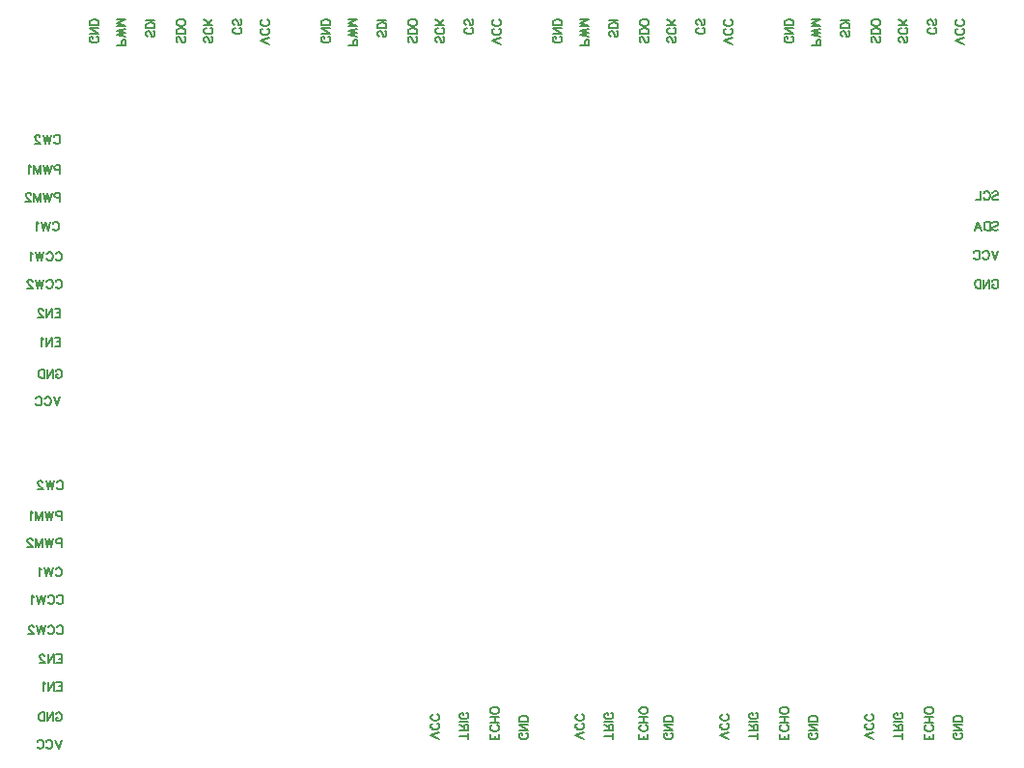
<source format=gbo>
G04 Layer: BottomSilkLayer*
G04 EasyEDA v6.4.25, 2021-11-04T19:40:49--3:00*
G04 bceacf3c99fb4bb2a8aa43b2ed6fd2bc,9d8cb5f435b04c98b99c45f15073e7be,10*
G04 Gerber Generator version 0.2*
G04 Scale: 100 percent, Rotated: No, Reflected: No *
G04 Dimensions in millimeters *
G04 leading zeros omitted , absolute positions ,4 integer and 5 decimal *
%FSLAX45Y45*%
%MOMM*%

%ADD21C,0.2032*%

%LPD*%
D21*
X5988050Y6629400D02*
G01*
X5995415Y6622287D01*
X5998972Y6611365D01*
X5998972Y6596887D01*
X5995415Y6585965D01*
X5988050Y6578600D01*
X5980684Y6578600D01*
X5973572Y6582155D01*
X5969761Y6585965D01*
X5966206Y6593078D01*
X5958840Y6614921D01*
X5955284Y6622287D01*
X5951727Y6625844D01*
X5944361Y6629400D01*
X5933440Y6629400D01*
X5926074Y6622287D01*
X5922518Y6611365D01*
X5922518Y6596887D01*
X5926074Y6585965D01*
X5933440Y6578600D01*
X5998972Y6653529D02*
G01*
X5922518Y6653529D01*
X5998972Y6653529D02*
G01*
X5998972Y6678929D01*
X5995415Y6689852D01*
X5988050Y6697218D01*
X5980684Y6700773D01*
X5969761Y6704329D01*
X5951727Y6704329D01*
X5940806Y6700773D01*
X5933440Y6697218D01*
X5926074Y6689852D01*
X5922518Y6678929D01*
X5922518Y6653529D01*
X5998972Y6728460D02*
G01*
X5922518Y6728460D01*
X5485384Y6582410D02*
G01*
X5492750Y6578600D01*
X5500115Y6571487D01*
X5503672Y6564121D01*
X5503672Y6549644D01*
X5500115Y6542278D01*
X5492750Y6535165D01*
X5485384Y6531355D01*
X5474461Y6527800D01*
X5456427Y6527800D01*
X5445506Y6531355D01*
X5438140Y6535165D01*
X5430774Y6542278D01*
X5427218Y6549644D01*
X5427218Y6564121D01*
X5430774Y6571487D01*
X5438140Y6578600D01*
X5445506Y6582410D01*
X5456427Y6582410D01*
X5456427Y6564121D02*
G01*
X5456427Y6582410D01*
X5503672Y6606286D02*
G01*
X5427218Y6606286D01*
X5503672Y6606286D02*
G01*
X5427218Y6657339D01*
X5503672Y6657339D02*
G01*
X5427218Y6657339D01*
X5503672Y6681215D02*
G01*
X5427218Y6681215D01*
X5503672Y6681215D02*
G01*
X5503672Y6706615D01*
X5500115Y6717537D01*
X5492750Y6724904D01*
X5485384Y6728460D01*
X5474461Y6732270D01*
X5456427Y6732270D01*
X5445506Y6728460D01*
X5438140Y6724904D01*
X5430774Y6717537D01*
X5427218Y6706615D01*
X5427218Y6681215D01*
X5744972Y6502400D02*
G01*
X5668518Y6502400D01*
X5744972Y6502400D02*
G01*
X5744972Y6535165D01*
X5741415Y6546087D01*
X5737606Y6549644D01*
X5730493Y6553200D01*
X5719572Y6553200D01*
X5712206Y6549644D01*
X5708650Y6546087D01*
X5704840Y6535165D01*
X5704840Y6502400D01*
X5744972Y6577329D02*
G01*
X5668518Y6595363D01*
X5744972Y6613652D02*
G01*
X5668518Y6595363D01*
X5744972Y6613652D02*
G01*
X5668518Y6631939D01*
X5744972Y6649973D02*
G01*
X5668518Y6631939D01*
X5744972Y6674104D02*
G01*
X5668518Y6674104D01*
X5744972Y6674104D02*
G01*
X5668518Y6703060D01*
X5744972Y6732270D02*
G01*
X5668518Y6703060D01*
X5744972Y6732270D02*
G01*
X5668518Y6732270D01*
X6496050Y6578600D02*
G01*
X6503415Y6571487D01*
X6506972Y6560565D01*
X6506972Y6546087D01*
X6503415Y6535165D01*
X6496050Y6527800D01*
X6488684Y6527800D01*
X6481572Y6531355D01*
X6477761Y6535165D01*
X6474206Y6542278D01*
X6466840Y6564121D01*
X6463284Y6571487D01*
X6459727Y6575044D01*
X6452361Y6578600D01*
X6441440Y6578600D01*
X6434074Y6571487D01*
X6430518Y6560565D01*
X6430518Y6546087D01*
X6434074Y6535165D01*
X6441440Y6527800D01*
X6488684Y6657339D02*
G01*
X6496050Y6653529D01*
X6503415Y6646418D01*
X6506972Y6639052D01*
X6506972Y6624573D01*
X6503415Y6617208D01*
X6496050Y6610095D01*
X6488684Y6606286D01*
X6477761Y6602729D01*
X6459727Y6602729D01*
X6448806Y6606286D01*
X6441440Y6610095D01*
X6434074Y6617208D01*
X6430518Y6624573D01*
X6430518Y6639052D01*
X6434074Y6646418D01*
X6441440Y6653529D01*
X6448806Y6657339D01*
X6506972Y6681215D02*
G01*
X6430518Y6681215D01*
X6506972Y6732270D02*
G01*
X6455918Y6681215D01*
X6474206Y6699504D02*
G01*
X6430518Y6732270D01*
X6254750Y6578600D02*
G01*
X6262115Y6571487D01*
X6265672Y6560565D01*
X6265672Y6546087D01*
X6262115Y6535165D01*
X6254750Y6527800D01*
X6247384Y6527800D01*
X6240272Y6531355D01*
X6236461Y6535165D01*
X6232906Y6542278D01*
X6225540Y6564121D01*
X6221984Y6571487D01*
X6218427Y6575044D01*
X6211061Y6578600D01*
X6200140Y6578600D01*
X6192774Y6571487D01*
X6189218Y6560565D01*
X6189218Y6546087D01*
X6192774Y6535165D01*
X6200140Y6527800D01*
X6265672Y6602729D02*
G01*
X6189218Y6602729D01*
X6265672Y6602729D02*
G01*
X6265672Y6628129D01*
X6262115Y6639052D01*
X6254750Y6646418D01*
X6247384Y6649973D01*
X6236461Y6653529D01*
X6218427Y6653529D01*
X6207506Y6649973D01*
X6200140Y6646418D01*
X6192774Y6639052D01*
X6189218Y6628129D01*
X6189218Y6602729D01*
X6265672Y6699504D02*
G01*
X6262115Y6692137D01*
X6254750Y6684771D01*
X6247384Y6681215D01*
X6236461Y6677660D01*
X6218427Y6677660D01*
X6207506Y6681215D01*
X6200140Y6684771D01*
X6192774Y6692137D01*
X6189218Y6699504D01*
X6189218Y6713981D01*
X6192774Y6721347D01*
X6200140Y6728460D01*
X6207506Y6732270D01*
X6218427Y6735826D01*
X6236461Y6735826D01*
X6247384Y6732270D01*
X6254750Y6728460D01*
X6262115Y6721347D01*
X6265672Y6713981D01*
X6265672Y6699504D01*
X6742684Y6658610D02*
G01*
X6750050Y6654800D01*
X6757415Y6647687D01*
X6760972Y6640321D01*
X6760972Y6625844D01*
X6757415Y6618478D01*
X6750050Y6611365D01*
X6742684Y6607555D01*
X6731761Y6604000D01*
X6713727Y6604000D01*
X6702806Y6607555D01*
X6695440Y6611365D01*
X6688074Y6618478D01*
X6684518Y6625844D01*
X6684518Y6640321D01*
X6688074Y6647687D01*
X6695440Y6654800D01*
X6702806Y6658610D01*
X6750050Y6733539D02*
G01*
X6757415Y6726173D01*
X6760972Y6715252D01*
X6760972Y6700773D01*
X6757415Y6689852D01*
X6750050Y6682486D01*
X6742684Y6682486D01*
X6735572Y6686295D01*
X6731761Y6689852D01*
X6728206Y6696963D01*
X6720840Y6718808D01*
X6717284Y6726173D01*
X6713727Y6729729D01*
X6706361Y6733539D01*
X6695440Y6733539D01*
X6688074Y6726173D01*
X6684518Y6715252D01*
X6684518Y6700773D01*
X6688074Y6689852D01*
X6695440Y6682486D01*
X7002272Y6515100D02*
G01*
X6925818Y6544310D01*
X7002272Y6573265D02*
G01*
X6925818Y6544310D01*
X6983984Y6651752D02*
G01*
X6991350Y6648195D01*
X6998715Y6640829D01*
X7002272Y6633718D01*
X7002272Y6618986D01*
X6998715Y6611873D01*
X6991350Y6604508D01*
X6983984Y6600952D01*
X6973061Y6597395D01*
X6955027Y6597395D01*
X6944106Y6600952D01*
X6936740Y6604508D01*
X6929374Y6611873D01*
X6925818Y6618986D01*
X6925818Y6633718D01*
X6929374Y6640829D01*
X6936740Y6648195D01*
X6944106Y6651752D01*
X6983984Y6730492D02*
G01*
X6991350Y6726681D01*
X6998715Y6719570D01*
X7002272Y6712204D01*
X7002272Y6697726D01*
X6998715Y6690360D01*
X6991350Y6682994D01*
X6983984Y6679437D01*
X6973061Y6675881D01*
X6955027Y6675881D01*
X6944106Y6679437D01*
X6936740Y6682994D01*
X6929374Y6690360D01*
X6925818Y6697726D01*
X6925818Y6712204D01*
X6929374Y6719570D01*
X6936740Y6726681D01*
X6944106Y6730492D01*
X8494684Y419100D02*
G01*
X8418311Y448195D01*
X8494684Y477288D02*
G01*
X8418311Y448195D01*
X8476500Y555843D02*
G01*
X8483772Y552208D01*
X8491047Y544934D01*
X8494684Y537659D01*
X8494684Y523112D01*
X8491047Y515838D01*
X8483772Y508566D01*
X8476500Y504929D01*
X8465588Y501291D01*
X8447404Y501291D01*
X8436495Y504929D01*
X8429221Y508566D01*
X8421946Y515838D01*
X8418311Y523112D01*
X8418311Y537659D01*
X8421946Y544934D01*
X8429221Y552208D01*
X8436495Y555843D01*
X8476500Y634400D02*
G01*
X8483772Y630763D01*
X8491047Y623488D01*
X8494684Y616216D01*
X8494684Y601667D01*
X8491047Y594395D01*
X8483772Y587120D01*
X8476500Y583483D01*
X8465588Y579846D01*
X8447404Y579846D01*
X8436495Y583483D01*
X8429221Y587120D01*
X8421946Y594395D01*
X8418311Y601667D01*
X8418311Y616216D01*
X8421946Y623488D01*
X8429221Y630763D01*
X8436495Y634400D01*
X8748684Y444558D02*
G01*
X8672311Y444558D01*
X8748684Y419100D02*
G01*
X8748684Y470014D01*
X8748684Y494017D02*
G01*
X8672311Y494017D01*
X8748684Y494017D02*
G01*
X8748684Y526750D01*
X8745047Y537659D01*
X8741409Y541296D01*
X8734135Y544934D01*
X8726863Y544934D01*
X8719588Y541296D01*
X8715951Y537659D01*
X8712316Y526750D01*
X8712316Y494017D01*
X8712316Y519475D02*
G01*
X8672311Y544934D01*
X8748684Y568937D02*
G01*
X8672311Y568937D01*
X8730500Y647491D02*
G01*
X8737772Y643854D01*
X8745047Y636582D01*
X8748684Y629307D01*
X8748684Y614761D01*
X8745047Y607486D01*
X8737772Y600214D01*
X8730500Y596577D01*
X8719588Y592940D01*
X8701404Y592940D01*
X8690495Y596577D01*
X8683221Y600214D01*
X8675946Y607486D01*
X8672311Y614761D01*
X8672311Y629307D01*
X8675946Y636582D01*
X8683221Y643854D01*
X8690495Y647491D01*
X8701404Y647491D01*
X8701404Y629307D02*
G01*
X8701404Y647491D01*
X9017172Y415554D02*
G01*
X8940800Y415554D01*
X9017172Y415554D02*
G01*
X9017172Y462833D01*
X8980804Y415554D02*
G01*
X8980804Y444649D01*
X8940800Y415554D02*
G01*
X8940800Y462833D01*
X8998988Y541388D02*
G01*
X9006263Y537753D01*
X9013535Y530479D01*
X9017172Y523204D01*
X9017172Y508657D01*
X9013535Y501383D01*
X9006263Y494111D01*
X8998988Y490473D01*
X8988079Y486836D01*
X8969893Y486836D01*
X8958983Y490473D01*
X8951709Y494111D01*
X8944437Y501383D01*
X8940800Y508657D01*
X8940800Y523204D01*
X8944437Y530479D01*
X8951709Y537753D01*
X8958983Y541388D01*
X9017172Y565391D02*
G01*
X8940800Y565391D01*
X9017172Y616308D02*
G01*
X8940800Y616308D01*
X8980804Y565391D02*
G01*
X8980804Y616308D01*
X9017172Y662132D02*
G01*
X9013535Y654857D01*
X9006263Y647583D01*
X8998988Y643948D01*
X8988079Y640311D01*
X8969893Y640311D01*
X8958983Y643948D01*
X8951709Y647583D01*
X8944437Y654857D01*
X8940800Y662132D01*
X8940800Y676678D01*
X8944437Y683953D01*
X8951709Y691225D01*
X8958983Y694862D01*
X8969893Y698500D01*
X8988079Y698500D01*
X8998988Y694862D01*
X9006263Y691225D01*
X9013535Y683953D01*
X9017172Y676678D01*
X9017172Y662132D01*
X9252988Y472462D02*
G01*
X9260263Y468825D01*
X9267535Y461553D01*
X9271172Y454279D01*
X9271172Y439732D01*
X9267535Y432457D01*
X9260263Y425183D01*
X9252988Y421548D01*
X9242079Y417911D01*
X9223895Y417911D01*
X9212983Y421548D01*
X9205709Y425183D01*
X9198437Y432457D01*
X9194800Y439732D01*
X9194800Y454279D01*
X9198437Y461553D01*
X9205709Y468825D01*
X9212983Y472462D01*
X9223895Y472462D01*
X9223895Y454279D02*
G01*
X9223895Y472462D01*
X9271172Y496465D02*
G01*
X9194800Y496465D01*
X9271172Y496465D02*
G01*
X9194800Y547382D01*
X9271172Y547382D02*
G01*
X9194800Y547382D01*
X9271172Y571385D02*
G01*
X9194800Y571385D01*
X9271172Y571385D02*
G01*
X9271172Y596841D01*
X9267535Y607753D01*
X9260263Y615025D01*
X9252988Y618662D01*
X9242079Y622300D01*
X9223895Y622300D01*
X9212983Y618662D01*
X9205709Y615025D01*
X9198437Y607753D01*
X9194800Y596841D01*
X9194800Y571385D01*
X13347700Y4946650D02*
G01*
X13354811Y4954015D01*
X13365734Y4957571D01*
X13380211Y4957571D01*
X13391134Y4954015D01*
X13398500Y4946650D01*
X13398500Y4939284D01*
X13394943Y4932171D01*
X13391134Y4928362D01*
X13384022Y4924805D01*
X13362177Y4917439D01*
X13354811Y4913884D01*
X13351256Y4910328D01*
X13347700Y4902962D01*
X13347700Y4892039D01*
X13354811Y4884673D01*
X13365734Y4881118D01*
X13380211Y4881118D01*
X13391134Y4884673D01*
X13398500Y4892039D01*
X13323570Y4957571D02*
G01*
X13323570Y4881118D01*
X13323570Y4957571D02*
G01*
X13298170Y4957571D01*
X13287247Y4954015D01*
X13279881Y4946650D01*
X13276325Y4939284D01*
X13272770Y4928362D01*
X13272770Y4910328D01*
X13276325Y4899405D01*
X13279881Y4892039D01*
X13287247Y4884673D01*
X13298170Y4881118D01*
X13323570Y4881118D01*
X13219684Y4957571D02*
G01*
X13248640Y4881118D01*
X13219684Y4957571D02*
G01*
X13190474Y4881118D01*
X13237718Y4906518D02*
G01*
X13201395Y4906518D01*
X13347700Y5213350D02*
G01*
X13354811Y5220715D01*
X13365734Y5224271D01*
X13380211Y5224271D01*
X13391134Y5220715D01*
X13398500Y5213350D01*
X13398500Y5205984D01*
X13394943Y5198871D01*
X13391134Y5195062D01*
X13384022Y5191505D01*
X13362177Y5184139D01*
X13354811Y5180584D01*
X13351256Y5177028D01*
X13347700Y5169662D01*
X13347700Y5158739D01*
X13354811Y5151373D01*
X13365734Y5147818D01*
X13380211Y5147818D01*
X13391134Y5151373D01*
X13398500Y5158739D01*
X13268959Y5205984D02*
G01*
X13272770Y5213350D01*
X13279881Y5220715D01*
X13287247Y5224271D01*
X13301725Y5224271D01*
X13309091Y5220715D01*
X13316204Y5213350D01*
X13320013Y5205984D01*
X13323570Y5195062D01*
X13323570Y5177028D01*
X13320013Y5166105D01*
X13316204Y5158739D01*
X13309091Y5151373D01*
X13301725Y5147818D01*
X13287247Y5147818D01*
X13279881Y5151373D01*
X13272770Y5158739D01*
X13268959Y5166105D01*
X13245084Y5224271D02*
G01*
X13245084Y5147818D01*
X13245084Y5147818D02*
G01*
X13201395Y5147818D01*
X13398500Y4703571D02*
G01*
X13369290Y4627118D01*
X13340334Y4703571D02*
G01*
X13369290Y4627118D01*
X13261847Y4685284D02*
G01*
X13265404Y4692650D01*
X13272770Y4700015D01*
X13279881Y4703571D01*
X13294613Y4703571D01*
X13301725Y4700015D01*
X13309091Y4692650D01*
X13312647Y4685284D01*
X13316204Y4674362D01*
X13316204Y4656328D01*
X13312647Y4645405D01*
X13309091Y4638039D01*
X13301725Y4630673D01*
X13294613Y4627118D01*
X13279881Y4627118D01*
X13272770Y4630673D01*
X13265404Y4638039D01*
X13261847Y4645405D01*
X13183108Y4685284D02*
G01*
X13186918Y4692650D01*
X13194029Y4700015D01*
X13201395Y4703571D01*
X13215874Y4703571D01*
X13223240Y4700015D01*
X13230606Y4692650D01*
X13234161Y4685284D01*
X13237718Y4674362D01*
X13237718Y4656328D01*
X13234161Y4645405D01*
X13230606Y4638039D01*
X13223240Y4630673D01*
X13215874Y4627118D01*
X13201395Y4627118D01*
X13194029Y4630673D01*
X13186918Y4638039D01*
X13183108Y4645405D01*
X13343890Y4431284D02*
G01*
X13347700Y4438650D01*
X13354811Y4446015D01*
X13362177Y4449571D01*
X13376656Y4449571D01*
X13384022Y4446015D01*
X13391134Y4438650D01*
X13394943Y4431284D01*
X13398500Y4420362D01*
X13398500Y4402328D01*
X13394943Y4391405D01*
X13391134Y4384039D01*
X13384022Y4376673D01*
X13376656Y4373118D01*
X13362177Y4373118D01*
X13354811Y4376673D01*
X13347700Y4384039D01*
X13343890Y4391405D01*
X13343890Y4402328D01*
X13362177Y4402328D02*
G01*
X13343890Y4402328D01*
X13320013Y4449571D02*
G01*
X13320013Y4373118D01*
X13320013Y4449571D02*
G01*
X13268959Y4373118D01*
X13268959Y4449571D02*
G01*
X13268959Y4373118D01*
X13245084Y4449571D02*
G01*
X13245084Y4373118D01*
X13245084Y4449571D02*
G01*
X13219684Y4449571D01*
X13208761Y4446015D01*
X13201395Y4438650D01*
X13197840Y4431284D01*
X13194029Y4420362D01*
X13194029Y4402328D01*
X13197840Y4391405D01*
X13201395Y4384039D01*
X13208761Y4376673D01*
X13219684Y4373118D01*
X13245084Y4373118D01*
X5181600Y410971D02*
G01*
X5152390Y334518D01*
X5123434Y410971D02*
G01*
X5152390Y334518D01*
X5044947Y392684D02*
G01*
X5048504Y400050D01*
X5055870Y407415D01*
X5062981Y410971D01*
X5077713Y410971D01*
X5084825Y407415D01*
X5092191Y400050D01*
X5095747Y392684D01*
X5099304Y381762D01*
X5099304Y363728D01*
X5095747Y352805D01*
X5092191Y345439D01*
X5084825Y338073D01*
X5077713Y334518D01*
X5062981Y334518D01*
X5055870Y338073D01*
X5048504Y345439D01*
X5044947Y352805D01*
X4966208Y392684D02*
G01*
X4970018Y400050D01*
X4977129Y407415D01*
X4984495Y410971D01*
X4998974Y410971D01*
X5006340Y407415D01*
X5013706Y400050D01*
X5017261Y392684D01*
X5020818Y381762D01*
X5020818Y363728D01*
X5017261Y352805D01*
X5013706Y345439D01*
X5006340Y338073D01*
X4998974Y334518D01*
X4984495Y334518D01*
X4977129Y338073D01*
X4970018Y345439D01*
X4966208Y352805D01*
X5127053Y634044D02*
G01*
X5130690Y641316D01*
X5137962Y648591D01*
X5145237Y652226D01*
X5159781Y652226D01*
X5167053Y648591D01*
X5174327Y641316D01*
X5177962Y634044D01*
X5181600Y623135D01*
X5181600Y604954D01*
X5177962Y594045D01*
X5174327Y586773D01*
X5167053Y579501D01*
X5159781Y575863D01*
X5145237Y575863D01*
X5137962Y579501D01*
X5130690Y586773D01*
X5127053Y594045D01*
X5127053Y604954D01*
X5145237Y604954D02*
G01*
X5127053Y604954D01*
X5103055Y652226D02*
G01*
X5103055Y575863D01*
X5103055Y652226D02*
G01*
X5052146Y575863D01*
X5052146Y652226D02*
G01*
X5052146Y575863D01*
X5028145Y652226D02*
G01*
X5028145Y575863D01*
X5028145Y652226D02*
G01*
X5002690Y652226D01*
X4991780Y648591D01*
X4984508Y641316D01*
X4980873Y634044D01*
X4977236Y623135D01*
X4977236Y604954D01*
X4980873Y594045D01*
X4984508Y586773D01*
X4991780Y579501D01*
X5002690Y575863D01*
X5028145Y575863D01*
X5181600Y918926D02*
G01*
X5181600Y842563D01*
X5181600Y918926D02*
G01*
X5134328Y918926D01*
X5181600Y882563D02*
G01*
X5152509Y882563D01*
X5181600Y842563D02*
G01*
X5134328Y842563D01*
X5110327Y918926D02*
G01*
X5110327Y842563D01*
X5110327Y918926D02*
G01*
X5059418Y842563D01*
X5059418Y918926D02*
G01*
X5059418Y842563D01*
X5035417Y904382D02*
G01*
X5028145Y908016D01*
X5017236Y918926D01*
X5017236Y842563D01*
X5181600Y1160226D02*
G01*
X5181600Y1083863D01*
X5181600Y1160226D02*
G01*
X5134328Y1160226D01*
X5181600Y1123863D02*
G01*
X5152509Y1123863D01*
X5181600Y1083863D02*
G01*
X5134328Y1083863D01*
X5110327Y1160226D02*
G01*
X5110327Y1083863D01*
X5110327Y1160226D02*
G01*
X5059418Y1083863D01*
X5059418Y1160226D02*
G01*
X5059418Y1083863D01*
X5031780Y1142044D02*
G01*
X5031780Y1145682D01*
X5028145Y1152954D01*
X5024508Y1156591D01*
X5017236Y1160226D01*
X5002690Y1160226D01*
X4995418Y1156591D01*
X4991780Y1152954D01*
X4988145Y1145682D01*
X4988145Y1138410D01*
X4991780Y1131135D01*
X4999055Y1120226D01*
X5035417Y1083863D01*
X4984508Y1083863D01*
X5139753Y1396044D02*
G01*
X5143390Y1403316D01*
X5150662Y1410591D01*
X5157937Y1414226D01*
X5172481Y1414226D01*
X5179753Y1410591D01*
X5187027Y1403316D01*
X5190662Y1396044D01*
X5194300Y1385135D01*
X5194300Y1366954D01*
X5190662Y1356045D01*
X5187027Y1348773D01*
X5179753Y1341501D01*
X5172481Y1337863D01*
X5157937Y1337863D01*
X5150662Y1341501D01*
X5143390Y1348773D01*
X5139753Y1356045D01*
X5061209Y1396044D02*
G01*
X5064846Y1403316D01*
X5072118Y1410591D01*
X5079390Y1414226D01*
X5093936Y1414226D01*
X5101209Y1410591D01*
X5108481Y1403316D01*
X5112118Y1396044D01*
X5115755Y1385135D01*
X5115755Y1366954D01*
X5112118Y1356045D01*
X5108481Y1348773D01*
X5101209Y1341501D01*
X5093936Y1337863D01*
X5079390Y1337863D01*
X5072118Y1341501D01*
X5064846Y1348773D01*
X5061209Y1356045D01*
X5037208Y1414226D02*
G01*
X5019027Y1337863D01*
X5000845Y1414226D02*
G01*
X5019027Y1337863D01*
X5000845Y1414226D02*
G01*
X4982664Y1337863D01*
X4964480Y1414226D02*
G01*
X4982664Y1337863D01*
X4936845Y1396044D02*
G01*
X4936845Y1399682D01*
X4933208Y1406954D01*
X4929573Y1410591D01*
X4922299Y1414226D01*
X4907754Y1414226D01*
X4900482Y1410591D01*
X4896845Y1406954D01*
X4893208Y1399682D01*
X4893208Y1392410D01*
X4896845Y1385135D01*
X4904117Y1374226D01*
X4940482Y1337863D01*
X4889573Y1337863D01*
X5139753Y1662744D02*
G01*
X5143390Y1670016D01*
X5150662Y1677291D01*
X5157937Y1680926D01*
X5172481Y1680926D01*
X5179753Y1677291D01*
X5187027Y1670016D01*
X5190662Y1662744D01*
X5194300Y1651835D01*
X5194300Y1633654D01*
X5190662Y1622745D01*
X5187027Y1615473D01*
X5179753Y1608201D01*
X5172481Y1604563D01*
X5157937Y1604563D01*
X5150662Y1608201D01*
X5143390Y1615473D01*
X5139753Y1622745D01*
X5061209Y1662744D02*
G01*
X5064846Y1670016D01*
X5072118Y1677291D01*
X5079390Y1680926D01*
X5093936Y1680926D01*
X5101209Y1677291D01*
X5108481Y1670016D01*
X5112118Y1662744D01*
X5115755Y1651835D01*
X5115755Y1633654D01*
X5112118Y1622745D01*
X5108481Y1615473D01*
X5101209Y1608201D01*
X5093936Y1604563D01*
X5079390Y1604563D01*
X5072118Y1608201D01*
X5064846Y1615473D01*
X5061209Y1622745D01*
X5037208Y1680926D02*
G01*
X5019027Y1604563D01*
X5000845Y1680926D02*
G01*
X5019027Y1604563D01*
X5000845Y1680926D02*
G01*
X4982664Y1604563D01*
X4964480Y1680926D02*
G01*
X4982664Y1604563D01*
X4940482Y1666382D02*
G01*
X4933208Y1670016D01*
X4922299Y1680926D01*
X4922299Y1604563D01*
X5127053Y1904044D02*
G01*
X5130690Y1911316D01*
X5137962Y1918591D01*
X5145237Y1922226D01*
X5159781Y1922226D01*
X5167053Y1918591D01*
X5174327Y1911316D01*
X5177962Y1904044D01*
X5181600Y1893135D01*
X5181600Y1874954D01*
X5177962Y1864045D01*
X5174327Y1856773D01*
X5167053Y1849501D01*
X5159781Y1845863D01*
X5145237Y1845863D01*
X5137962Y1849501D01*
X5130690Y1856773D01*
X5127053Y1864045D01*
X5103055Y1922226D02*
G01*
X5084871Y1845863D01*
X5066690Y1922226D02*
G01*
X5084871Y1845863D01*
X5066690Y1922226D02*
G01*
X5048509Y1845863D01*
X5030327Y1922226D02*
G01*
X5048509Y1845863D01*
X5006327Y1907682D02*
G01*
X4999055Y1911316D01*
X4988145Y1922226D01*
X4988145Y1845863D01*
X5181600Y2176226D02*
G01*
X5181600Y2099863D01*
X5181600Y2176226D02*
G01*
X5148872Y2176226D01*
X5137962Y2172591D01*
X5134328Y2168954D01*
X5130690Y2161682D01*
X5130690Y2150772D01*
X5134328Y2143500D01*
X5137962Y2139863D01*
X5148872Y2136226D01*
X5181600Y2136226D01*
X5106690Y2176226D02*
G01*
X5088509Y2099863D01*
X5070327Y2176226D02*
G01*
X5088509Y2099863D01*
X5070327Y2176226D02*
G01*
X5052146Y2099863D01*
X5033962Y2176226D02*
G01*
X5052146Y2099863D01*
X5009964Y2176226D02*
G01*
X5009964Y2099863D01*
X5009964Y2176226D02*
G01*
X4980873Y2099863D01*
X4951780Y2176226D02*
G01*
X4980873Y2099863D01*
X4951780Y2176226D02*
G01*
X4951780Y2099863D01*
X4924145Y2158044D02*
G01*
X4924145Y2161682D01*
X4920508Y2168954D01*
X4916873Y2172591D01*
X4909599Y2176226D01*
X4895054Y2176226D01*
X4887782Y2172591D01*
X4884145Y2168954D01*
X4880508Y2161682D01*
X4880508Y2154410D01*
X4884145Y2147135D01*
X4891417Y2136226D01*
X4927782Y2099863D01*
X4876873Y2099863D01*
X5181600Y2417526D02*
G01*
X5181600Y2341163D01*
X5181600Y2417526D02*
G01*
X5148872Y2417526D01*
X5137962Y2413891D01*
X5134328Y2410254D01*
X5130690Y2402982D01*
X5130690Y2392072D01*
X5134328Y2384800D01*
X5137962Y2381163D01*
X5148872Y2377526D01*
X5181600Y2377526D01*
X5106690Y2417526D02*
G01*
X5088509Y2341163D01*
X5070327Y2417526D02*
G01*
X5088509Y2341163D01*
X5070327Y2417526D02*
G01*
X5052146Y2341163D01*
X5033962Y2417526D02*
G01*
X5052146Y2341163D01*
X5009964Y2417526D02*
G01*
X5009964Y2341163D01*
X5009964Y2417526D02*
G01*
X4980873Y2341163D01*
X4951780Y2417526D02*
G01*
X4980873Y2341163D01*
X4951780Y2417526D02*
G01*
X4951780Y2341163D01*
X4927782Y2402982D02*
G01*
X4920508Y2406616D01*
X4909599Y2417526D01*
X4909599Y2341163D01*
X5139753Y2666044D02*
G01*
X5143390Y2673316D01*
X5150662Y2680591D01*
X5157937Y2684226D01*
X5172481Y2684226D01*
X5179753Y2680591D01*
X5187027Y2673316D01*
X5190662Y2666044D01*
X5194300Y2655135D01*
X5194300Y2636954D01*
X5190662Y2626045D01*
X5187027Y2618773D01*
X5179753Y2611501D01*
X5172481Y2607863D01*
X5157937Y2607863D01*
X5150662Y2611501D01*
X5143390Y2618773D01*
X5139753Y2626045D01*
X5115755Y2684226D02*
G01*
X5097571Y2607863D01*
X5079390Y2684226D02*
G01*
X5097571Y2607863D01*
X5079390Y2684226D02*
G01*
X5061209Y2607863D01*
X5043027Y2684226D02*
G01*
X5061209Y2607863D01*
X5015390Y2666044D02*
G01*
X5015390Y2669682D01*
X5011755Y2676954D01*
X5008118Y2680591D01*
X5000845Y2684226D01*
X4986299Y2684226D01*
X4979027Y2680591D01*
X4975390Y2676954D01*
X4971755Y2669682D01*
X4971755Y2662410D01*
X4975390Y2655135D01*
X4982664Y2644226D01*
X5019027Y2607863D01*
X4968118Y2607863D01*
X10052050Y6629400D02*
G01*
X10059415Y6622287D01*
X10062972Y6611365D01*
X10062972Y6596887D01*
X10059415Y6585965D01*
X10052050Y6578600D01*
X10044684Y6578600D01*
X10037572Y6582155D01*
X10033761Y6585965D01*
X10030206Y6593078D01*
X10022840Y6614921D01*
X10019284Y6622287D01*
X10015727Y6625844D01*
X10008361Y6629400D01*
X9997440Y6629400D01*
X9990074Y6622287D01*
X9986518Y6611365D01*
X9986518Y6596887D01*
X9990074Y6585965D01*
X9997440Y6578600D01*
X10062972Y6653529D02*
G01*
X9986518Y6653529D01*
X10062972Y6653529D02*
G01*
X10062972Y6678929D01*
X10059415Y6689852D01*
X10052050Y6697218D01*
X10044684Y6700773D01*
X10033761Y6704329D01*
X10015727Y6704329D01*
X10004806Y6700773D01*
X9997440Y6697218D01*
X9990074Y6689852D01*
X9986518Y6678929D01*
X9986518Y6653529D01*
X10062972Y6728460D02*
G01*
X9986518Y6728460D01*
X9549384Y6582410D02*
G01*
X9556750Y6578600D01*
X9564115Y6571487D01*
X9567672Y6564121D01*
X9567672Y6549644D01*
X9564115Y6542278D01*
X9556750Y6535165D01*
X9549384Y6531355D01*
X9538461Y6527800D01*
X9520427Y6527800D01*
X9509506Y6531355D01*
X9502140Y6535165D01*
X9494774Y6542278D01*
X9491218Y6549644D01*
X9491218Y6564121D01*
X9494774Y6571487D01*
X9502140Y6578600D01*
X9509506Y6582410D01*
X9520427Y6582410D01*
X9520427Y6564121D02*
G01*
X9520427Y6582410D01*
X9567672Y6606286D02*
G01*
X9491218Y6606286D01*
X9567672Y6606286D02*
G01*
X9491218Y6657339D01*
X9567672Y6657339D02*
G01*
X9491218Y6657339D01*
X9567672Y6681215D02*
G01*
X9491218Y6681215D01*
X9567672Y6681215D02*
G01*
X9567672Y6706615D01*
X9564115Y6717537D01*
X9556750Y6724904D01*
X9549384Y6728460D01*
X9538461Y6732270D01*
X9520427Y6732270D01*
X9509506Y6728460D01*
X9502140Y6724904D01*
X9494774Y6717537D01*
X9491218Y6706615D01*
X9491218Y6681215D01*
X9808972Y6502400D02*
G01*
X9732518Y6502400D01*
X9808972Y6502400D02*
G01*
X9808972Y6535165D01*
X9805415Y6546087D01*
X9801606Y6549644D01*
X9794493Y6553200D01*
X9783572Y6553200D01*
X9776206Y6549644D01*
X9772650Y6546087D01*
X9768840Y6535165D01*
X9768840Y6502400D01*
X9808972Y6577329D02*
G01*
X9732518Y6595363D01*
X9808972Y6613652D02*
G01*
X9732518Y6595363D01*
X9808972Y6613652D02*
G01*
X9732518Y6631939D01*
X9808972Y6649973D02*
G01*
X9732518Y6631939D01*
X9808972Y6674104D02*
G01*
X9732518Y6674104D01*
X9808972Y6674104D02*
G01*
X9732518Y6703060D01*
X9808972Y6732270D02*
G01*
X9732518Y6703060D01*
X9808972Y6732270D02*
G01*
X9732518Y6732270D01*
X10560050Y6578600D02*
G01*
X10567415Y6571487D01*
X10570972Y6560565D01*
X10570972Y6546087D01*
X10567415Y6535165D01*
X10560050Y6527800D01*
X10552684Y6527800D01*
X10545572Y6531355D01*
X10541761Y6535165D01*
X10538206Y6542278D01*
X10530840Y6564121D01*
X10527284Y6571487D01*
X10523727Y6575044D01*
X10516361Y6578600D01*
X10505440Y6578600D01*
X10498074Y6571487D01*
X10494518Y6560565D01*
X10494518Y6546087D01*
X10498074Y6535165D01*
X10505440Y6527800D01*
X10552684Y6657339D02*
G01*
X10560050Y6653529D01*
X10567415Y6646418D01*
X10570972Y6639052D01*
X10570972Y6624573D01*
X10567415Y6617208D01*
X10560050Y6610095D01*
X10552684Y6606286D01*
X10541761Y6602729D01*
X10523727Y6602729D01*
X10512806Y6606286D01*
X10505440Y6610095D01*
X10498074Y6617208D01*
X10494518Y6624573D01*
X10494518Y6639052D01*
X10498074Y6646418D01*
X10505440Y6653529D01*
X10512806Y6657339D01*
X10570972Y6681215D02*
G01*
X10494518Y6681215D01*
X10570972Y6732270D02*
G01*
X10519918Y6681215D01*
X10538206Y6699504D02*
G01*
X10494518Y6732270D01*
X10318750Y6578600D02*
G01*
X10326115Y6571487D01*
X10329672Y6560565D01*
X10329672Y6546087D01*
X10326115Y6535165D01*
X10318750Y6527800D01*
X10311384Y6527800D01*
X10304272Y6531355D01*
X10300461Y6535165D01*
X10296906Y6542278D01*
X10289540Y6564121D01*
X10285984Y6571487D01*
X10282427Y6575044D01*
X10275061Y6578600D01*
X10264140Y6578600D01*
X10256774Y6571487D01*
X10253218Y6560565D01*
X10253218Y6546087D01*
X10256774Y6535165D01*
X10264140Y6527800D01*
X10329672Y6602729D02*
G01*
X10253218Y6602729D01*
X10329672Y6602729D02*
G01*
X10329672Y6628129D01*
X10326115Y6639052D01*
X10318750Y6646418D01*
X10311384Y6649973D01*
X10300461Y6653529D01*
X10282427Y6653529D01*
X10271506Y6649973D01*
X10264140Y6646418D01*
X10256774Y6639052D01*
X10253218Y6628129D01*
X10253218Y6602729D01*
X10329672Y6699504D02*
G01*
X10326115Y6692137D01*
X10318750Y6684771D01*
X10311384Y6681215D01*
X10300461Y6677660D01*
X10282427Y6677660D01*
X10271506Y6681215D01*
X10264140Y6684771D01*
X10256774Y6692137D01*
X10253218Y6699504D01*
X10253218Y6713981D01*
X10256774Y6721347D01*
X10264140Y6728460D01*
X10271506Y6732270D01*
X10282427Y6735826D01*
X10300461Y6735826D01*
X10311384Y6732270D01*
X10318750Y6728460D01*
X10326115Y6721347D01*
X10329672Y6713981D01*
X10329672Y6699504D01*
X10806684Y6658610D02*
G01*
X10814050Y6654800D01*
X10821415Y6647687D01*
X10824972Y6640321D01*
X10824972Y6625844D01*
X10821415Y6618478D01*
X10814050Y6611365D01*
X10806684Y6607555D01*
X10795761Y6604000D01*
X10777727Y6604000D01*
X10766806Y6607555D01*
X10759440Y6611365D01*
X10752074Y6618478D01*
X10748518Y6625844D01*
X10748518Y6640321D01*
X10752074Y6647687D01*
X10759440Y6654800D01*
X10766806Y6658610D01*
X10814050Y6733539D02*
G01*
X10821415Y6726173D01*
X10824972Y6715252D01*
X10824972Y6700773D01*
X10821415Y6689852D01*
X10814050Y6682486D01*
X10806684Y6682486D01*
X10799572Y6686295D01*
X10795761Y6689852D01*
X10792206Y6696963D01*
X10784840Y6718808D01*
X10781284Y6726173D01*
X10777727Y6729729D01*
X10770361Y6733539D01*
X10759440Y6733539D01*
X10752074Y6726173D01*
X10748518Y6715252D01*
X10748518Y6700773D01*
X10752074Y6689852D01*
X10759440Y6682486D01*
X11066272Y6515100D02*
G01*
X10989818Y6544310D01*
X11066272Y6573265D02*
G01*
X10989818Y6544310D01*
X11047984Y6651752D02*
G01*
X11055350Y6648195D01*
X11062715Y6640829D01*
X11066272Y6633718D01*
X11066272Y6618986D01*
X11062715Y6611873D01*
X11055350Y6604508D01*
X11047984Y6600952D01*
X11037061Y6597395D01*
X11019027Y6597395D01*
X11008106Y6600952D01*
X11000740Y6604508D01*
X10993374Y6611873D01*
X10989818Y6618986D01*
X10989818Y6633718D01*
X10993374Y6640829D01*
X11000740Y6648195D01*
X11008106Y6651752D01*
X11047984Y6730492D02*
G01*
X11055350Y6726681D01*
X11062715Y6719570D01*
X11066272Y6712204D01*
X11066272Y6697726D01*
X11062715Y6690360D01*
X11055350Y6682994D01*
X11047984Y6679437D01*
X11037061Y6675881D01*
X11019027Y6675881D01*
X11008106Y6679437D01*
X11000740Y6682994D01*
X10993374Y6690360D01*
X10989818Y6697726D01*
X10989818Y6712204D01*
X10993374Y6719570D01*
X11000740Y6726681D01*
X11008106Y6730492D01*
X9764684Y419100D02*
G01*
X9688311Y448195D01*
X9764684Y477288D02*
G01*
X9688311Y448195D01*
X9746500Y555843D02*
G01*
X9753772Y552208D01*
X9761047Y544934D01*
X9764684Y537659D01*
X9764684Y523112D01*
X9761047Y515838D01*
X9753772Y508566D01*
X9746500Y504929D01*
X9735588Y501291D01*
X9717404Y501291D01*
X9706495Y504929D01*
X9699221Y508566D01*
X9691946Y515838D01*
X9688311Y523112D01*
X9688311Y537659D01*
X9691946Y544934D01*
X9699221Y552208D01*
X9706495Y555843D01*
X9746500Y634400D02*
G01*
X9753772Y630763D01*
X9761047Y623488D01*
X9764684Y616216D01*
X9764684Y601667D01*
X9761047Y594395D01*
X9753772Y587120D01*
X9746500Y583483D01*
X9735588Y579846D01*
X9717404Y579846D01*
X9706495Y583483D01*
X9699221Y587120D01*
X9691946Y594395D01*
X9688311Y601667D01*
X9688311Y616216D01*
X9691946Y623488D01*
X9699221Y630763D01*
X9706495Y634400D01*
X10018684Y444558D02*
G01*
X9942311Y444558D01*
X10018684Y419100D02*
G01*
X10018684Y470014D01*
X10018684Y494017D02*
G01*
X9942311Y494017D01*
X10018684Y494017D02*
G01*
X10018684Y526750D01*
X10015047Y537659D01*
X10011409Y541296D01*
X10004135Y544934D01*
X9996863Y544934D01*
X9989588Y541296D01*
X9985951Y537659D01*
X9982316Y526750D01*
X9982316Y494017D01*
X9982316Y519475D02*
G01*
X9942311Y544934D01*
X10018684Y568937D02*
G01*
X9942311Y568937D01*
X10000500Y647491D02*
G01*
X10007772Y643854D01*
X10015047Y636582D01*
X10018684Y629307D01*
X10018684Y614761D01*
X10015047Y607486D01*
X10007772Y600214D01*
X10000500Y596577D01*
X9989588Y592940D01*
X9971404Y592940D01*
X9960495Y596577D01*
X9953221Y600214D01*
X9945946Y607486D01*
X9942311Y614761D01*
X9942311Y629307D01*
X9945946Y636582D01*
X9953221Y643854D01*
X9960495Y647491D01*
X9971404Y647491D01*
X9971404Y629307D02*
G01*
X9971404Y647491D01*
X10324292Y415544D02*
G01*
X10247929Y415544D01*
X10324292Y415544D02*
G01*
X10324292Y462815D01*
X10287929Y415544D02*
G01*
X10287929Y444634D01*
X10247929Y415544D02*
G01*
X10247929Y462815D01*
X10306110Y541362D02*
G01*
X10313382Y537725D01*
X10320657Y530453D01*
X10324292Y523181D01*
X10324292Y508635D01*
X10320657Y501362D01*
X10313382Y494088D01*
X10306110Y490453D01*
X10295201Y486816D01*
X10277020Y486816D01*
X10266111Y490453D01*
X10258839Y494088D01*
X10251566Y501362D01*
X10247929Y508635D01*
X10247929Y523181D01*
X10251566Y530453D01*
X10258839Y537725D01*
X10266111Y541362D01*
X10324292Y565363D02*
G01*
X10247929Y565363D01*
X10324292Y616270D02*
G01*
X10247929Y616270D01*
X10287929Y565363D02*
G01*
X10287929Y616270D01*
X10324292Y662089D02*
G01*
X10320657Y654817D01*
X10313382Y647545D01*
X10306110Y643907D01*
X10295201Y640270D01*
X10277020Y640270D01*
X10266111Y643907D01*
X10258839Y647545D01*
X10251566Y654817D01*
X10247929Y662089D01*
X10247929Y676635D01*
X10251566Y683907D01*
X10258839Y691179D01*
X10266111Y694817D01*
X10277020Y698454D01*
X10295201Y698454D01*
X10306110Y694817D01*
X10313382Y691179D01*
X10320657Y683907D01*
X10324292Y676635D01*
X10324292Y662089D01*
X10522988Y472462D02*
G01*
X10530263Y468825D01*
X10537535Y461553D01*
X10541172Y454279D01*
X10541172Y439732D01*
X10537535Y432457D01*
X10530263Y425183D01*
X10522988Y421548D01*
X10512079Y417911D01*
X10493895Y417911D01*
X10482983Y421548D01*
X10475709Y425183D01*
X10468437Y432457D01*
X10464800Y439732D01*
X10464800Y454279D01*
X10468437Y461553D01*
X10475709Y468825D01*
X10482983Y472462D01*
X10493895Y472462D01*
X10493895Y454279D02*
G01*
X10493895Y472462D01*
X10541172Y496465D02*
G01*
X10464800Y496465D01*
X10541172Y496465D02*
G01*
X10464800Y547382D01*
X10541172Y547382D02*
G01*
X10464800Y547382D01*
X10541172Y571385D02*
G01*
X10464800Y571385D01*
X10541172Y571385D02*
G01*
X10541172Y596841D01*
X10537535Y607753D01*
X10530263Y615025D01*
X10522988Y618662D01*
X10512079Y622300D01*
X10493895Y622300D01*
X10482983Y618662D01*
X10475709Y615025D01*
X10468437Y607753D01*
X10464800Y596841D01*
X10464800Y571385D01*
X11034684Y419100D02*
G01*
X10958311Y448195D01*
X11034684Y477288D02*
G01*
X10958311Y448195D01*
X11016500Y555843D02*
G01*
X11023772Y552208D01*
X11031047Y544934D01*
X11034684Y537659D01*
X11034684Y523112D01*
X11031047Y515838D01*
X11023772Y508566D01*
X11016500Y504929D01*
X11005588Y501291D01*
X10987404Y501291D01*
X10976495Y504929D01*
X10969221Y508566D01*
X10961946Y515838D01*
X10958311Y523112D01*
X10958311Y537659D01*
X10961946Y544934D01*
X10969221Y552208D01*
X10976495Y555843D01*
X11016500Y634400D02*
G01*
X11023772Y630763D01*
X11031047Y623488D01*
X11034684Y616216D01*
X11034684Y601667D01*
X11031047Y594395D01*
X11023772Y587120D01*
X11016500Y583483D01*
X11005588Y579846D01*
X10987404Y579846D01*
X10976495Y583483D01*
X10969221Y587120D01*
X10961946Y594395D01*
X10958311Y601667D01*
X10958311Y616216D01*
X10961946Y623488D01*
X10969221Y630763D01*
X10976495Y634400D01*
X11288684Y444558D02*
G01*
X11212311Y444558D01*
X11288684Y419100D02*
G01*
X11288684Y470014D01*
X11288684Y494017D02*
G01*
X11212311Y494017D01*
X11288684Y494017D02*
G01*
X11288684Y526750D01*
X11285047Y537659D01*
X11281409Y541296D01*
X11274135Y544934D01*
X11266863Y544934D01*
X11259588Y541296D01*
X11255951Y537659D01*
X11252316Y526750D01*
X11252316Y494017D01*
X11252316Y519475D02*
G01*
X11212311Y544934D01*
X11288684Y568937D02*
G01*
X11212311Y568937D01*
X11270500Y647491D02*
G01*
X11277772Y643854D01*
X11285047Y636582D01*
X11288684Y629307D01*
X11288684Y614761D01*
X11285047Y607486D01*
X11277772Y600214D01*
X11270500Y596577D01*
X11259588Y592940D01*
X11241404Y592940D01*
X11230495Y596577D01*
X11223221Y600214D01*
X11215946Y607486D01*
X11212311Y614761D01*
X11212311Y629307D01*
X11215946Y636582D01*
X11223221Y643854D01*
X11230495Y647491D01*
X11241404Y647491D01*
X11241404Y629307D02*
G01*
X11241404Y647491D01*
X11557172Y415554D02*
G01*
X11480800Y415554D01*
X11557172Y415554D02*
G01*
X11557172Y462833D01*
X11520804Y415554D02*
G01*
X11520804Y444649D01*
X11480800Y415554D02*
G01*
X11480800Y462833D01*
X11538988Y541388D02*
G01*
X11546263Y537753D01*
X11553535Y530479D01*
X11557172Y523204D01*
X11557172Y508657D01*
X11553535Y501383D01*
X11546263Y494111D01*
X11538988Y490473D01*
X11528079Y486836D01*
X11509893Y486836D01*
X11498983Y490473D01*
X11491709Y494111D01*
X11484437Y501383D01*
X11480800Y508657D01*
X11480800Y523204D01*
X11484437Y530479D01*
X11491709Y537753D01*
X11498983Y541388D01*
X11557172Y565391D02*
G01*
X11480800Y565391D01*
X11557172Y616308D02*
G01*
X11480800Y616308D01*
X11520804Y565391D02*
G01*
X11520804Y616308D01*
X11557172Y662132D02*
G01*
X11553535Y654857D01*
X11546263Y647583D01*
X11538988Y643948D01*
X11528079Y640311D01*
X11509893Y640311D01*
X11498983Y643948D01*
X11491709Y647583D01*
X11484437Y654857D01*
X11480800Y662132D01*
X11480800Y676678D01*
X11484437Y683953D01*
X11491709Y691225D01*
X11498983Y694862D01*
X11509893Y698500D01*
X11528079Y698500D01*
X11538988Y694862D01*
X11546263Y691225D01*
X11553535Y683953D01*
X11557172Y676678D01*
X11557172Y662132D01*
X11792988Y472462D02*
G01*
X11800263Y468825D01*
X11807535Y461553D01*
X11811172Y454279D01*
X11811172Y439732D01*
X11807535Y432457D01*
X11800263Y425183D01*
X11792988Y421548D01*
X11782079Y417911D01*
X11763895Y417911D01*
X11752983Y421548D01*
X11745709Y425183D01*
X11738437Y432457D01*
X11734800Y439732D01*
X11734800Y454279D01*
X11738437Y461553D01*
X11745709Y468825D01*
X11752983Y472462D01*
X11763895Y472462D01*
X11763895Y454279D02*
G01*
X11763895Y472462D01*
X11811172Y496465D02*
G01*
X11734800Y496465D01*
X11811172Y496465D02*
G01*
X11734800Y547382D01*
X11811172Y547382D02*
G01*
X11734800Y547382D01*
X11811172Y571385D02*
G01*
X11734800Y571385D01*
X11811172Y571385D02*
G01*
X11811172Y596841D01*
X11807535Y607753D01*
X11800263Y615025D01*
X11792988Y618662D01*
X11782079Y622300D01*
X11763895Y622300D01*
X11752983Y618662D01*
X11745709Y615025D01*
X11738437Y607753D01*
X11734800Y596841D01*
X11734800Y571385D01*
X12304684Y419100D02*
G01*
X12228311Y448195D01*
X12304684Y477288D02*
G01*
X12228311Y448195D01*
X12286500Y555843D02*
G01*
X12293772Y552208D01*
X12301047Y544934D01*
X12304684Y537659D01*
X12304684Y523112D01*
X12301047Y515838D01*
X12293772Y508566D01*
X12286500Y504929D01*
X12275588Y501291D01*
X12257404Y501291D01*
X12246495Y504929D01*
X12239221Y508566D01*
X12231946Y515838D01*
X12228311Y523112D01*
X12228311Y537659D01*
X12231946Y544934D01*
X12239221Y552208D01*
X12246495Y555843D01*
X12286500Y634400D02*
G01*
X12293772Y630763D01*
X12301047Y623488D01*
X12304684Y616216D01*
X12304684Y601667D01*
X12301047Y594395D01*
X12293772Y587120D01*
X12286500Y583483D01*
X12275588Y579846D01*
X12257404Y579846D01*
X12246495Y583483D01*
X12239221Y587120D01*
X12231946Y594395D01*
X12228311Y601667D01*
X12228311Y616216D01*
X12231946Y623488D01*
X12239221Y630763D01*
X12246495Y634400D01*
X12558684Y444558D02*
G01*
X12482311Y444558D01*
X12558684Y419100D02*
G01*
X12558684Y470014D01*
X12558684Y494017D02*
G01*
X12482311Y494017D01*
X12558684Y494017D02*
G01*
X12558684Y526750D01*
X12555047Y537659D01*
X12551409Y541296D01*
X12544135Y544934D01*
X12536863Y544934D01*
X12529588Y541296D01*
X12525951Y537659D01*
X12522316Y526750D01*
X12522316Y494017D01*
X12522316Y519475D02*
G01*
X12482311Y544934D01*
X12558684Y568937D02*
G01*
X12482311Y568937D01*
X12540500Y647491D02*
G01*
X12547772Y643854D01*
X12555047Y636582D01*
X12558684Y629307D01*
X12558684Y614761D01*
X12555047Y607486D01*
X12547772Y600214D01*
X12540500Y596577D01*
X12529588Y592940D01*
X12511404Y592940D01*
X12500495Y596577D01*
X12493221Y600214D01*
X12485946Y607486D01*
X12482311Y614761D01*
X12482311Y629307D01*
X12485946Y636582D01*
X12493221Y643854D01*
X12500495Y647491D01*
X12511404Y647491D01*
X12511404Y629307D02*
G01*
X12511404Y647491D01*
X12827172Y415554D02*
G01*
X12750800Y415554D01*
X12827172Y415554D02*
G01*
X12827172Y462833D01*
X12790804Y415554D02*
G01*
X12790804Y444649D01*
X12750800Y415554D02*
G01*
X12750800Y462833D01*
X12808988Y541388D02*
G01*
X12816263Y537753D01*
X12823535Y530479D01*
X12827172Y523204D01*
X12827172Y508657D01*
X12823535Y501383D01*
X12816263Y494111D01*
X12808988Y490473D01*
X12798079Y486836D01*
X12779893Y486836D01*
X12768983Y490473D01*
X12761709Y494111D01*
X12754437Y501383D01*
X12750800Y508657D01*
X12750800Y523204D01*
X12754437Y530479D01*
X12761709Y537753D01*
X12768983Y541388D01*
X12827172Y565391D02*
G01*
X12750800Y565391D01*
X12827172Y616308D02*
G01*
X12750800Y616308D01*
X12790804Y565391D02*
G01*
X12790804Y616308D01*
X12827172Y662132D02*
G01*
X12823535Y654857D01*
X12816263Y647583D01*
X12808988Y643948D01*
X12798079Y640311D01*
X12779893Y640311D01*
X12768983Y643948D01*
X12761709Y647583D01*
X12754437Y654857D01*
X12750800Y662132D01*
X12750800Y676678D01*
X12754437Y683953D01*
X12761709Y691225D01*
X12768983Y694862D01*
X12779893Y698500D01*
X12798079Y698500D01*
X12808988Y694862D01*
X12816263Y691225D01*
X12823535Y683953D01*
X12827172Y676678D01*
X12827172Y662132D01*
X13062988Y472462D02*
G01*
X13070263Y468825D01*
X13077535Y461553D01*
X13081172Y454279D01*
X13081172Y439732D01*
X13077535Y432457D01*
X13070263Y425183D01*
X13062988Y421548D01*
X13052079Y417911D01*
X13033895Y417911D01*
X13022983Y421548D01*
X13015709Y425183D01*
X13008437Y432457D01*
X13004800Y439732D01*
X13004800Y454279D01*
X13008437Y461553D01*
X13015709Y468825D01*
X13022983Y472462D01*
X13033895Y472462D01*
X13033895Y454279D02*
G01*
X13033895Y472462D01*
X13081172Y496465D02*
G01*
X13004800Y496465D01*
X13081172Y496465D02*
G01*
X13004800Y547382D01*
X13081172Y547382D02*
G01*
X13004800Y547382D01*
X13081172Y571385D02*
G01*
X13004800Y571385D01*
X13081172Y571385D02*
G01*
X13081172Y596841D01*
X13077535Y607753D01*
X13070263Y615025D01*
X13062988Y618662D01*
X13052079Y622300D01*
X13033895Y622300D01*
X13022983Y618662D01*
X13015709Y615025D01*
X13008437Y607753D01*
X13004800Y596841D01*
X13004800Y571385D01*
X8020050Y6629400D02*
G01*
X8027415Y6622287D01*
X8030972Y6611365D01*
X8030972Y6596887D01*
X8027415Y6585965D01*
X8020050Y6578600D01*
X8012684Y6578600D01*
X8005572Y6582155D01*
X8001761Y6585965D01*
X7998206Y6593078D01*
X7990840Y6614921D01*
X7987284Y6622287D01*
X7983727Y6625844D01*
X7976361Y6629400D01*
X7965440Y6629400D01*
X7958074Y6622287D01*
X7954518Y6611365D01*
X7954518Y6596887D01*
X7958074Y6585965D01*
X7965440Y6578600D01*
X8030972Y6653529D02*
G01*
X7954518Y6653529D01*
X8030972Y6653529D02*
G01*
X8030972Y6678929D01*
X8027415Y6689852D01*
X8020050Y6697218D01*
X8012684Y6700773D01*
X8001761Y6704329D01*
X7983727Y6704329D01*
X7972806Y6700773D01*
X7965440Y6697218D01*
X7958074Y6689852D01*
X7954518Y6678929D01*
X7954518Y6653529D01*
X8030972Y6728460D02*
G01*
X7954518Y6728460D01*
X7517384Y6582410D02*
G01*
X7524750Y6578600D01*
X7532115Y6571487D01*
X7535672Y6564121D01*
X7535672Y6549644D01*
X7532115Y6542278D01*
X7524750Y6535165D01*
X7517384Y6531355D01*
X7506461Y6527800D01*
X7488427Y6527800D01*
X7477506Y6531355D01*
X7470140Y6535165D01*
X7462774Y6542278D01*
X7459218Y6549644D01*
X7459218Y6564121D01*
X7462774Y6571487D01*
X7470140Y6578600D01*
X7477506Y6582410D01*
X7488427Y6582410D01*
X7488427Y6564121D02*
G01*
X7488427Y6582410D01*
X7535672Y6606286D02*
G01*
X7459218Y6606286D01*
X7535672Y6606286D02*
G01*
X7459218Y6657339D01*
X7535672Y6657339D02*
G01*
X7459218Y6657339D01*
X7535672Y6681215D02*
G01*
X7459218Y6681215D01*
X7535672Y6681215D02*
G01*
X7535672Y6706615D01*
X7532115Y6717537D01*
X7524750Y6724904D01*
X7517384Y6728460D01*
X7506461Y6732270D01*
X7488427Y6732270D01*
X7477506Y6728460D01*
X7470140Y6724904D01*
X7462774Y6717537D01*
X7459218Y6706615D01*
X7459218Y6681215D01*
X7776972Y6502400D02*
G01*
X7700518Y6502400D01*
X7776972Y6502400D02*
G01*
X7776972Y6535165D01*
X7773415Y6546087D01*
X7769606Y6549644D01*
X7762493Y6553200D01*
X7751572Y6553200D01*
X7744206Y6549644D01*
X7740650Y6546087D01*
X7736840Y6535165D01*
X7736840Y6502400D01*
X7776972Y6577329D02*
G01*
X7700518Y6595363D01*
X7776972Y6613652D02*
G01*
X7700518Y6595363D01*
X7776972Y6613652D02*
G01*
X7700518Y6631939D01*
X7776972Y6649973D02*
G01*
X7700518Y6631939D01*
X7776972Y6674104D02*
G01*
X7700518Y6674104D01*
X7776972Y6674104D02*
G01*
X7700518Y6703060D01*
X7776972Y6732270D02*
G01*
X7700518Y6703060D01*
X7776972Y6732270D02*
G01*
X7700518Y6732270D01*
X8528050Y6578600D02*
G01*
X8535415Y6571487D01*
X8538972Y6560565D01*
X8538972Y6546087D01*
X8535415Y6535165D01*
X8528050Y6527800D01*
X8520684Y6527800D01*
X8513572Y6531355D01*
X8509761Y6535165D01*
X8506206Y6542278D01*
X8498840Y6564121D01*
X8495284Y6571487D01*
X8491727Y6575044D01*
X8484361Y6578600D01*
X8473440Y6578600D01*
X8466074Y6571487D01*
X8462518Y6560565D01*
X8462518Y6546087D01*
X8466074Y6535165D01*
X8473440Y6527800D01*
X8520684Y6657339D02*
G01*
X8528050Y6653529D01*
X8535415Y6646418D01*
X8538972Y6639052D01*
X8538972Y6624573D01*
X8535415Y6617208D01*
X8528050Y6610095D01*
X8520684Y6606286D01*
X8509761Y6602729D01*
X8491727Y6602729D01*
X8480806Y6606286D01*
X8473440Y6610095D01*
X8466074Y6617208D01*
X8462518Y6624573D01*
X8462518Y6639052D01*
X8466074Y6646418D01*
X8473440Y6653529D01*
X8480806Y6657339D01*
X8538972Y6681215D02*
G01*
X8462518Y6681215D01*
X8538972Y6732270D02*
G01*
X8487918Y6681215D01*
X8506206Y6699504D02*
G01*
X8462518Y6732270D01*
X8286750Y6578600D02*
G01*
X8294115Y6571487D01*
X8297672Y6560565D01*
X8297672Y6546087D01*
X8294115Y6535165D01*
X8286750Y6527800D01*
X8279384Y6527800D01*
X8272272Y6531355D01*
X8268461Y6535165D01*
X8264906Y6542278D01*
X8257540Y6564121D01*
X8253984Y6571487D01*
X8250427Y6575044D01*
X8243061Y6578600D01*
X8232140Y6578600D01*
X8224774Y6571487D01*
X8221218Y6560565D01*
X8221218Y6546087D01*
X8224774Y6535165D01*
X8232140Y6527800D01*
X8297672Y6602729D02*
G01*
X8221218Y6602729D01*
X8297672Y6602729D02*
G01*
X8297672Y6628129D01*
X8294115Y6639052D01*
X8286750Y6646418D01*
X8279384Y6649973D01*
X8268461Y6653529D01*
X8250427Y6653529D01*
X8239506Y6649973D01*
X8232140Y6646418D01*
X8224774Y6639052D01*
X8221218Y6628129D01*
X8221218Y6602729D01*
X8297672Y6699504D02*
G01*
X8294115Y6692137D01*
X8286750Y6684771D01*
X8279384Y6681215D01*
X8268461Y6677660D01*
X8250427Y6677660D01*
X8239506Y6681215D01*
X8232140Y6684771D01*
X8224774Y6692137D01*
X8221218Y6699504D01*
X8221218Y6713981D01*
X8224774Y6721347D01*
X8232140Y6728460D01*
X8239506Y6732270D01*
X8250427Y6735826D01*
X8268461Y6735826D01*
X8279384Y6732270D01*
X8286750Y6728460D01*
X8294115Y6721347D01*
X8297672Y6713981D01*
X8297672Y6699504D01*
X8774684Y6658610D02*
G01*
X8782050Y6654800D01*
X8789415Y6647687D01*
X8792972Y6640321D01*
X8792972Y6625844D01*
X8789415Y6618478D01*
X8782050Y6611365D01*
X8774684Y6607555D01*
X8763761Y6604000D01*
X8745727Y6604000D01*
X8734806Y6607555D01*
X8727440Y6611365D01*
X8720074Y6618478D01*
X8716518Y6625844D01*
X8716518Y6640321D01*
X8720074Y6647687D01*
X8727440Y6654800D01*
X8734806Y6658610D01*
X8782050Y6733539D02*
G01*
X8789415Y6726173D01*
X8792972Y6715252D01*
X8792972Y6700773D01*
X8789415Y6689852D01*
X8782050Y6682486D01*
X8774684Y6682486D01*
X8767572Y6686295D01*
X8763761Y6689852D01*
X8760206Y6696963D01*
X8752840Y6718808D01*
X8749284Y6726173D01*
X8745727Y6729729D01*
X8738361Y6733539D01*
X8727440Y6733539D01*
X8720074Y6726173D01*
X8716518Y6715252D01*
X8716518Y6700773D01*
X8720074Y6689852D01*
X8727440Y6682486D01*
X9034272Y6515100D02*
G01*
X8957818Y6544310D01*
X9034272Y6573265D02*
G01*
X8957818Y6544310D01*
X9015984Y6651752D02*
G01*
X9023350Y6648195D01*
X9030715Y6640829D01*
X9034272Y6633718D01*
X9034272Y6618986D01*
X9030715Y6611873D01*
X9023350Y6604508D01*
X9015984Y6600952D01*
X9005061Y6597395D01*
X8987027Y6597395D01*
X8976106Y6600952D01*
X8968740Y6604508D01*
X8961374Y6611873D01*
X8957818Y6618986D01*
X8957818Y6633718D01*
X8961374Y6640829D01*
X8968740Y6648195D01*
X8976106Y6651752D01*
X9015984Y6730492D02*
G01*
X9023350Y6726681D01*
X9030715Y6719570D01*
X9034272Y6712204D01*
X9034272Y6697726D01*
X9030715Y6690360D01*
X9023350Y6682994D01*
X9015984Y6679437D01*
X9005061Y6675881D01*
X8987027Y6675881D01*
X8976106Y6679437D01*
X8968740Y6682994D01*
X8961374Y6690360D01*
X8957818Y6697726D01*
X8957818Y6712204D01*
X8961374Y6719570D01*
X8968740Y6726681D01*
X8976106Y6730492D01*
X12084050Y6629400D02*
G01*
X12091415Y6622287D01*
X12094972Y6611365D01*
X12094972Y6596887D01*
X12091415Y6585965D01*
X12084050Y6578600D01*
X12076684Y6578600D01*
X12069572Y6582155D01*
X12065761Y6585965D01*
X12062206Y6593078D01*
X12054840Y6614921D01*
X12051284Y6622287D01*
X12047727Y6625844D01*
X12040361Y6629400D01*
X12029440Y6629400D01*
X12022074Y6622287D01*
X12018518Y6611365D01*
X12018518Y6596887D01*
X12022074Y6585965D01*
X12029440Y6578600D01*
X12094972Y6653529D02*
G01*
X12018518Y6653529D01*
X12094972Y6653529D02*
G01*
X12094972Y6678929D01*
X12091415Y6689852D01*
X12084050Y6697218D01*
X12076684Y6700773D01*
X12065761Y6704329D01*
X12047727Y6704329D01*
X12036806Y6700773D01*
X12029440Y6697218D01*
X12022074Y6689852D01*
X12018518Y6678929D01*
X12018518Y6653529D01*
X12094972Y6728460D02*
G01*
X12018518Y6728460D01*
X11581384Y6582410D02*
G01*
X11588750Y6578600D01*
X11596115Y6571487D01*
X11599672Y6564121D01*
X11599672Y6549644D01*
X11596115Y6542278D01*
X11588750Y6535165D01*
X11581384Y6531355D01*
X11570461Y6527800D01*
X11552427Y6527800D01*
X11541506Y6531355D01*
X11534140Y6535165D01*
X11526774Y6542278D01*
X11523218Y6549644D01*
X11523218Y6564121D01*
X11526774Y6571487D01*
X11534140Y6578600D01*
X11541506Y6582410D01*
X11552427Y6582410D01*
X11552427Y6564121D02*
G01*
X11552427Y6582410D01*
X11599672Y6606286D02*
G01*
X11523218Y6606286D01*
X11599672Y6606286D02*
G01*
X11523218Y6657339D01*
X11599672Y6657339D02*
G01*
X11523218Y6657339D01*
X11599672Y6681215D02*
G01*
X11523218Y6681215D01*
X11599672Y6681215D02*
G01*
X11599672Y6706615D01*
X11596115Y6717537D01*
X11588750Y6724904D01*
X11581384Y6728460D01*
X11570461Y6732270D01*
X11552427Y6732270D01*
X11541506Y6728460D01*
X11534140Y6724904D01*
X11526774Y6717537D01*
X11523218Y6706615D01*
X11523218Y6681215D01*
X11840972Y6502400D02*
G01*
X11764518Y6502400D01*
X11840972Y6502400D02*
G01*
X11840972Y6535165D01*
X11837415Y6546087D01*
X11833606Y6549644D01*
X11826493Y6553200D01*
X11815572Y6553200D01*
X11808206Y6549644D01*
X11804650Y6546087D01*
X11800840Y6535165D01*
X11800840Y6502400D01*
X11840972Y6577329D02*
G01*
X11764518Y6595363D01*
X11840972Y6613652D02*
G01*
X11764518Y6595363D01*
X11840972Y6613652D02*
G01*
X11764518Y6631939D01*
X11840972Y6649973D02*
G01*
X11764518Y6631939D01*
X11840972Y6674104D02*
G01*
X11764518Y6674104D01*
X11840972Y6674104D02*
G01*
X11764518Y6703060D01*
X11840972Y6732270D02*
G01*
X11764518Y6703060D01*
X11840972Y6732270D02*
G01*
X11764518Y6732270D01*
X12592050Y6578600D02*
G01*
X12599415Y6571487D01*
X12602972Y6560565D01*
X12602972Y6546087D01*
X12599415Y6535165D01*
X12592050Y6527800D01*
X12584684Y6527800D01*
X12577572Y6531355D01*
X12573761Y6535165D01*
X12570206Y6542278D01*
X12562840Y6564121D01*
X12559284Y6571487D01*
X12555727Y6575044D01*
X12548361Y6578600D01*
X12537440Y6578600D01*
X12530074Y6571487D01*
X12526518Y6560565D01*
X12526518Y6546087D01*
X12530074Y6535165D01*
X12537440Y6527800D01*
X12584684Y6657339D02*
G01*
X12592050Y6653529D01*
X12599415Y6646418D01*
X12602972Y6639052D01*
X12602972Y6624573D01*
X12599415Y6617208D01*
X12592050Y6610095D01*
X12584684Y6606286D01*
X12573761Y6602729D01*
X12555727Y6602729D01*
X12544806Y6606286D01*
X12537440Y6610095D01*
X12530074Y6617208D01*
X12526518Y6624573D01*
X12526518Y6639052D01*
X12530074Y6646418D01*
X12537440Y6653529D01*
X12544806Y6657339D01*
X12602972Y6681215D02*
G01*
X12526518Y6681215D01*
X12602972Y6732270D02*
G01*
X12551918Y6681215D01*
X12570206Y6699504D02*
G01*
X12526518Y6732270D01*
X12350750Y6578600D02*
G01*
X12358115Y6571487D01*
X12361672Y6560565D01*
X12361672Y6546087D01*
X12358115Y6535165D01*
X12350750Y6527800D01*
X12343384Y6527800D01*
X12336272Y6531355D01*
X12332461Y6535165D01*
X12328906Y6542278D01*
X12321540Y6564121D01*
X12317984Y6571487D01*
X12314427Y6575044D01*
X12307061Y6578600D01*
X12296140Y6578600D01*
X12288774Y6571487D01*
X12285218Y6560565D01*
X12285218Y6546087D01*
X12288774Y6535165D01*
X12296140Y6527800D01*
X12361672Y6602729D02*
G01*
X12285218Y6602729D01*
X12361672Y6602729D02*
G01*
X12361672Y6628129D01*
X12358115Y6639052D01*
X12350750Y6646418D01*
X12343384Y6649973D01*
X12332461Y6653529D01*
X12314427Y6653529D01*
X12303506Y6649973D01*
X12296140Y6646418D01*
X12288774Y6639052D01*
X12285218Y6628129D01*
X12285218Y6602729D01*
X12361672Y6699504D02*
G01*
X12358115Y6692137D01*
X12350750Y6684771D01*
X12343384Y6681215D01*
X12332461Y6677660D01*
X12314427Y6677660D01*
X12303506Y6681215D01*
X12296140Y6684771D01*
X12288774Y6692137D01*
X12285218Y6699504D01*
X12285218Y6713981D01*
X12288774Y6721347D01*
X12296140Y6728460D01*
X12303506Y6732270D01*
X12314427Y6735826D01*
X12332461Y6735826D01*
X12343384Y6732270D01*
X12350750Y6728460D01*
X12358115Y6721347D01*
X12361672Y6713981D01*
X12361672Y6699504D01*
X12838684Y6658610D02*
G01*
X12846050Y6654800D01*
X12853415Y6647687D01*
X12856972Y6640321D01*
X12856972Y6625844D01*
X12853415Y6618478D01*
X12846050Y6611365D01*
X12838684Y6607555D01*
X12827761Y6604000D01*
X12809727Y6604000D01*
X12798806Y6607555D01*
X12791440Y6611365D01*
X12784074Y6618478D01*
X12780518Y6625844D01*
X12780518Y6640321D01*
X12784074Y6647687D01*
X12791440Y6654800D01*
X12798806Y6658610D01*
X12846050Y6733539D02*
G01*
X12853415Y6726173D01*
X12856972Y6715252D01*
X12856972Y6700773D01*
X12853415Y6689852D01*
X12846050Y6682486D01*
X12838684Y6682486D01*
X12831572Y6686295D01*
X12827761Y6689852D01*
X12824206Y6696963D01*
X12816840Y6718808D01*
X12813284Y6726173D01*
X12809727Y6729729D01*
X12802361Y6733539D01*
X12791440Y6733539D01*
X12784074Y6726173D01*
X12780518Y6715252D01*
X12780518Y6700773D01*
X12784074Y6689852D01*
X12791440Y6682486D01*
X13098272Y6515100D02*
G01*
X13021818Y6544310D01*
X13098272Y6573265D02*
G01*
X13021818Y6544310D01*
X13079984Y6651752D02*
G01*
X13087350Y6648195D01*
X13094715Y6640829D01*
X13098272Y6633718D01*
X13098272Y6618986D01*
X13094715Y6611873D01*
X13087350Y6604508D01*
X13079984Y6600952D01*
X13069061Y6597395D01*
X13051027Y6597395D01*
X13040106Y6600952D01*
X13032740Y6604508D01*
X13025374Y6611873D01*
X13021818Y6618986D01*
X13021818Y6633718D01*
X13025374Y6640829D01*
X13032740Y6648195D01*
X13040106Y6651752D01*
X13079984Y6730492D02*
G01*
X13087350Y6726681D01*
X13094715Y6719570D01*
X13098272Y6712204D01*
X13098272Y6697726D01*
X13094715Y6690360D01*
X13087350Y6682994D01*
X13079984Y6679437D01*
X13069061Y6675881D01*
X13051027Y6675881D01*
X13040106Y6679437D01*
X13032740Y6682994D01*
X13025374Y6690360D01*
X13021818Y6697726D01*
X13021818Y6712204D01*
X13025374Y6719570D01*
X13032740Y6726681D01*
X13040106Y6730492D01*
X5168910Y3420877D02*
G01*
X5139700Y3344423D01*
X5110744Y3420877D02*
G01*
X5139700Y3344423D01*
X5032258Y3402589D02*
G01*
X5035814Y3409955D01*
X5043180Y3417321D01*
X5050292Y3420877D01*
X5065024Y3420877D01*
X5072136Y3417321D01*
X5079502Y3409955D01*
X5083058Y3402589D01*
X5086614Y3391667D01*
X5086614Y3373633D01*
X5083058Y3362711D01*
X5079502Y3355345D01*
X5072136Y3347979D01*
X5065024Y3344423D01*
X5050292Y3344423D01*
X5043180Y3347979D01*
X5035814Y3355345D01*
X5032258Y3362711D01*
X4953518Y3402589D02*
G01*
X4957328Y3409955D01*
X4964440Y3417321D01*
X4971806Y3420877D01*
X4986284Y3420877D01*
X4993650Y3417321D01*
X5001016Y3409955D01*
X5004572Y3402589D01*
X5008128Y3391667D01*
X5008128Y3373633D01*
X5004572Y3362711D01*
X5001016Y3355345D01*
X4993650Y3347979D01*
X4986284Y3344423D01*
X4971806Y3344423D01*
X4964440Y3347979D01*
X4957328Y3355345D01*
X4953518Y3362711D01*
X5127063Y3643950D02*
G01*
X5130700Y3651222D01*
X5137972Y3658496D01*
X5145247Y3662131D01*
X5159791Y3662131D01*
X5167063Y3658496D01*
X5174338Y3651222D01*
X5177972Y3643950D01*
X5181610Y3633040D01*
X5181610Y3614859D01*
X5177972Y3603950D01*
X5174338Y3596678D01*
X5167063Y3589406D01*
X5159791Y3585768D01*
X5145247Y3585768D01*
X5137972Y3589406D01*
X5130700Y3596678D01*
X5127063Y3603950D01*
X5127063Y3614859D01*
X5145247Y3614859D02*
G01*
X5127063Y3614859D01*
X5103065Y3662131D02*
G01*
X5103065Y3585768D01*
X5103065Y3662131D02*
G01*
X5052156Y3585768D01*
X5052156Y3662131D02*
G01*
X5052156Y3585768D01*
X5028156Y3662131D02*
G01*
X5028156Y3585768D01*
X5028156Y3662131D02*
G01*
X5002700Y3662131D01*
X4991790Y3658496D01*
X4984518Y3651222D01*
X4980884Y3643950D01*
X4977246Y3633040D01*
X4977246Y3614859D01*
X4980884Y3603950D01*
X4984518Y3596678D01*
X4991790Y3589406D01*
X5002700Y3585768D01*
X5028156Y3585768D01*
X5168910Y3941531D02*
G01*
X5168910Y3865168D01*
X5168910Y3941531D02*
G01*
X5121638Y3941531D01*
X5168910Y3905168D02*
G01*
X5139819Y3905168D01*
X5168910Y3865168D02*
G01*
X5121638Y3865168D01*
X5097637Y3941531D02*
G01*
X5097637Y3865168D01*
X5097637Y3941531D02*
G01*
X5046728Y3865168D01*
X5046728Y3941531D02*
G01*
X5046728Y3865168D01*
X5022728Y3926987D02*
G01*
X5015456Y3930622D01*
X5004546Y3941531D01*
X5004546Y3865168D01*
X5168910Y4195531D02*
G01*
X5168910Y4119168D01*
X5168910Y4195531D02*
G01*
X5121638Y4195531D01*
X5168910Y4159168D02*
G01*
X5139819Y4159168D01*
X5168910Y4119168D02*
G01*
X5121638Y4119168D01*
X5097637Y4195531D02*
G01*
X5097637Y4119168D01*
X5097637Y4195531D02*
G01*
X5046728Y4119168D01*
X5046728Y4195531D02*
G01*
X5046728Y4119168D01*
X5019090Y4177350D02*
G01*
X5019090Y4180987D01*
X5015456Y4188259D01*
X5011818Y4191896D01*
X5004546Y4195531D01*
X4990000Y4195531D01*
X4982728Y4191896D01*
X4979090Y4188259D01*
X4975456Y4180987D01*
X4975456Y4173715D01*
X4979090Y4166440D01*
X4986365Y4155531D01*
X5022728Y4119168D01*
X4971818Y4119168D01*
X5127063Y4431350D02*
G01*
X5130700Y4438622D01*
X5137972Y4445896D01*
X5145247Y4449531D01*
X5159791Y4449531D01*
X5167063Y4445896D01*
X5174338Y4438622D01*
X5177972Y4431350D01*
X5181610Y4420440D01*
X5181610Y4402259D01*
X5177972Y4391350D01*
X5174338Y4384078D01*
X5167063Y4376806D01*
X5159791Y4373168D01*
X5145247Y4373168D01*
X5137972Y4376806D01*
X5130700Y4384078D01*
X5127063Y4391350D01*
X5048519Y4431350D02*
G01*
X5052156Y4438622D01*
X5059428Y4445896D01*
X5066700Y4449531D01*
X5081247Y4449531D01*
X5088519Y4445896D01*
X5095791Y4438622D01*
X5099428Y4431350D01*
X5103065Y4420440D01*
X5103065Y4402259D01*
X5099428Y4391350D01*
X5095791Y4384078D01*
X5088519Y4376806D01*
X5081247Y4373168D01*
X5066700Y4373168D01*
X5059428Y4376806D01*
X5052156Y4384078D01*
X5048519Y4391350D01*
X5024518Y4449531D02*
G01*
X5006337Y4373168D01*
X4988156Y4449531D02*
G01*
X5006337Y4373168D01*
X4988156Y4449531D02*
G01*
X4969974Y4373168D01*
X4951790Y4449531D02*
G01*
X4969974Y4373168D01*
X4924155Y4431350D02*
G01*
X4924155Y4434987D01*
X4920518Y4442259D01*
X4916883Y4445896D01*
X4909609Y4449531D01*
X4895065Y4449531D01*
X4887793Y4445896D01*
X4884155Y4442259D01*
X4880518Y4434987D01*
X4880518Y4427715D01*
X4884155Y4420440D01*
X4891427Y4409531D01*
X4927793Y4373168D01*
X4876883Y4373168D01*
X5127063Y4672650D02*
G01*
X5130700Y4679922D01*
X5137972Y4687196D01*
X5145247Y4690831D01*
X5159791Y4690831D01*
X5167063Y4687196D01*
X5174338Y4679922D01*
X5177972Y4672650D01*
X5181610Y4661740D01*
X5181610Y4643559D01*
X5177972Y4632650D01*
X5174338Y4625378D01*
X5167063Y4618106D01*
X5159791Y4614468D01*
X5145247Y4614468D01*
X5137972Y4618106D01*
X5130700Y4625378D01*
X5127063Y4632650D01*
X5048519Y4672650D02*
G01*
X5052156Y4679922D01*
X5059428Y4687196D01*
X5066700Y4690831D01*
X5081247Y4690831D01*
X5088519Y4687196D01*
X5095791Y4679922D01*
X5099428Y4672650D01*
X5103065Y4661740D01*
X5103065Y4643559D01*
X5099428Y4632650D01*
X5095791Y4625378D01*
X5088519Y4618106D01*
X5081247Y4614468D01*
X5066700Y4614468D01*
X5059428Y4618106D01*
X5052156Y4625378D01*
X5048519Y4632650D01*
X5024518Y4690831D02*
G01*
X5006337Y4614468D01*
X4988156Y4690831D02*
G01*
X5006337Y4614468D01*
X4988156Y4690831D02*
G01*
X4969974Y4614468D01*
X4951790Y4690831D02*
G01*
X4969974Y4614468D01*
X4927793Y4676287D02*
G01*
X4920518Y4679922D01*
X4909609Y4690831D01*
X4909609Y4614468D01*
X5101663Y4939350D02*
G01*
X5105300Y4946622D01*
X5112572Y4953896D01*
X5119847Y4957531D01*
X5134391Y4957531D01*
X5141663Y4953896D01*
X5148938Y4946622D01*
X5152572Y4939350D01*
X5156210Y4928440D01*
X5156210Y4910259D01*
X5152572Y4899350D01*
X5148938Y4892078D01*
X5141663Y4884806D01*
X5134391Y4881168D01*
X5119847Y4881168D01*
X5112572Y4884806D01*
X5105300Y4892078D01*
X5101663Y4899350D01*
X5077665Y4957531D02*
G01*
X5059481Y4881168D01*
X5041300Y4957531D02*
G01*
X5059481Y4881168D01*
X5041300Y4957531D02*
G01*
X5023119Y4881168D01*
X5004937Y4957531D02*
G01*
X5023119Y4881168D01*
X4980937Y4942987D02*
G01*
X4973665Y4946622D01*
X4962756Y4957531D01*
X4962756Y4881168D01*
X5168910Y5211531D02*
G01*
X5168910Y5135168D01*
X5168910Y5211531D02*
G01*
X5136182Y5211531D01*
X5125272Y5207896D01*
X5121638Y5204259D01*
X5118000Y5196987D01*
X5118000Y5186078D01*
X5121638Y5178805D01*
X5125272Y5175168D01*
X5136182Y5171531D01*
X5168910Y5171531D01*
X5094000Y5211531D02*
G01*
X5075819Y5135168D01*
X5057637Y5211531D02*
G01*
X5075819Y5135168D01*
X5057637Y5211531D02*
G01*
X5039456Y5135168D01*
X5021272Y5211531D02*
G01*
X5039456Y5135168D01*
X4997274Y5211531D02*
G01*
X4997274Y5135168D01*
X4997274Y5211531D02*
G01*
X4968184Y5135168D01*
X4939090Y5211531D02*
G01*
X4968184Y5135168D01*
X4939090Y5211531D02*
G01*
X4939090Y5135168D01*
X4911455Y5193350D02*
G01*
X4911455Y5196987D01*
X4907818Y5204259D01*
X4904183Y5207896D01*
X4896909Y5211531D01*
X4882365Y5211531D01*
X4875093Y5207896D01*
X4871455Y5204259D01*
X4867818Y5196987D01*
X4867818Y5189715D01*
X4871455Y5182440D01*
X4878727Y5171531D01*
X4915093Y5135168D01*
X4864183Y5135168D01*
X5168910Y5452831D02*
G01*
X5168910Y5376468D01*
X5168910Y5452831D02*
G01*
X5136182Y5452831D01*
X5125272Y5449196D01*
X5121638Y5445559D01*
X5118000Y5438287D01*
X5118000Y5427378D01*
X5121638Y5420105D01*
X5125272Y5416468D01*
X5136182Y5412831D01*
X5168910Y5412831D01*
X5094000Y5452831D02*
G01*
X5075819Y5376468D01*
X5057637Y5452831D02*
G01*
X5075819Y5376468D01*
X5057637Y5452831D02*
G01*
X5039456Y5376468D01*
X5021272Y5452831D02*
G01*
X5039456Y5376468D01*
X4997274Y5452831D02*
G01*
X4997274Y5376468D01*
X4997274Y5452831D02*
G01*
X4968184Y5376468D01*
X4939090Y5452831D02*
G01*
X4968184Y5376468D01*
X4939090Y5452831D02*
G01*
X4939090Y5376468D01*
X4915093Y5438287D02*
G01*
X4907818Y5441922D01*
X4896909Y5452831D01*
X4896909Y5376468D01*
X5114363Y5701350D02*
G01*
X5118000Y5708622D01*
X5125272Y5715896D01*
X5132547Y5719531D01*
X5147091Y5719531D01*
X5154363Y5715896D01*
X5161638Y5708622D01*
X5165272Y5701350D01*
X5168910Y5690440D01*
X5168910Y5672259D01*
X5165272Y5661350D01*
X5161638Y5654078D01*
X5154363Y5646806D01*
X5147091Y5643168D01*
X5132547Y5643168D01*
X5125272Y5646806D01*
X5118000Y5654078D01*
X5114363Y5661350D01*
X5090365Y5719531D02*
G01*
X5072181Y5643168D01*
X5054000Y5719531D02*
G01*
X5072181Y5643168D01*
X5054000Y5719531D02*
G01*
X5035819Y5643168D01*
X5017637Y5719531D02*
G01*
X5035819Y5643168D01*
X4990000Y5701350D02*
G01*
X4990000Y5704987D01*
X4986365Y5712259D01*
X4982728Y5715896D01*
X4975456Y5719531D01*
X4960909Y5719531D01*
X4953637Y5715896D01*
X4950000Y5712259D01*
X4946365Y5704987D01*
X4946365Y5697715D01*
X4950000Y5690440D01*
X4957274Y5679531D01*
X4993637Y5643168D01*
X4942728Y5643168D01*
M02*

</source>
